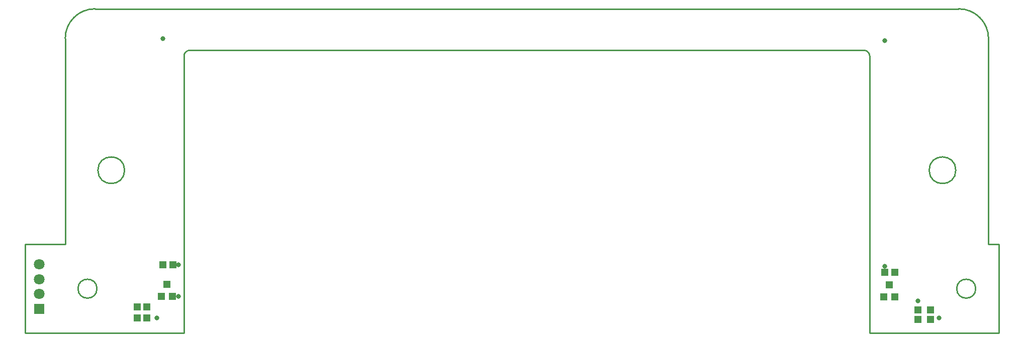
<source format=gbs>
G04*
G04 #@! TF.GenerationSoftware,Altium Limited,Altium Designer,18.1.8 (232)*
G04*
G04 Layer_Color=16711935*
%FSLAX25Y25*%
%MOIN*%
G70*
G01*
G75*
%ADD10C,0.01000*%
%ADD11R,0.07099X0.07099*%
%ADD12C,0.07099*%
%ADD13C,0.03200*%
%ADD24R,0.05000X0.05000*%
%ADD25R,0.04600X0.04600*%
%ADD26R,0.04600X0.04600*%
D10*
X617126Y108268D02*
G03*
X617126Y108268I-8858J0D01*
G01*
X560040Y184055D02*
G03*
X556103Y187992I-3937J0D01*
G01*
X109252D02*
G03*
X105315Y184055I0J-3937D01*
G01*
X46260Y215551D02*
G03*
X26575Y195866I0J-19685D01*
G01*
X638780D02*
G03*
X619095Y215551I-19685J0D01*
G01*
X630315Y29528D02*
G03*
X630315Y29528I-6299J0D01*
G01*
X65945Y108268D02*
G03*
X65945Y108268I-8858J0D01*
G01*
X47638Y29528D02*
G03*
X47638Y29528I-6299J0D01*
G01*
X560040Y0D02*
X645670D01*
X560040D02*
Y184055D01*
X109252Y187992D02*
X556103D01*
X105315Y0D02*
Y184055D01*
X0Y0D02*
X105315D01*
X0D02*
Y58875D01*
Y55174D02*
Y59055D01*
X26575D01*
Y195866D01*
X46260Y215551D02*
X619095D01*
X638780Y59055D02*
Y195866D01*
Y59055D02*
X645670D01*
Y0D02*
Y59055D01*
D11*
X9183Y16159D02*
D03*
D12*
Y26001D02*
D03*
Y35844D02*
D03*
Y45686D02*
D03*
D13*
X570079Y44488D02*
D03*
Y194488D02*
D03*
X592109Y21260D02*
D03*
X87402Y10236D02*
D03*
X101575Y24409D02*
D03*
X101703Y45276D02*
D03*
X91367Y195669D02*
D03*
X606085Y9971D02*
D03*
D24*
X97795Y24284D02*
D03*
X90395D02*
D03*
X94095Y32283D02*
D03*
X576663Y24229D02*
D03*
X569263D02*
D03*
X572963Y32230D02*
D03*
D25*
X74309Y17323D02*
D03*
X80809D02*
D03*
Y10236D02*
D03*
X74309D02*
D03*
X91367Y45489D02*
D03*
X97867D02*
D03*
X576607Y40371D02*
D03*
X570107D02*
D03*
D26*
X591912Y9083D02*
D03*
Y15583D02*
D03*
X600180Y9083D02*
D03*
Y15583D02*
D03*
M02*

</source>
